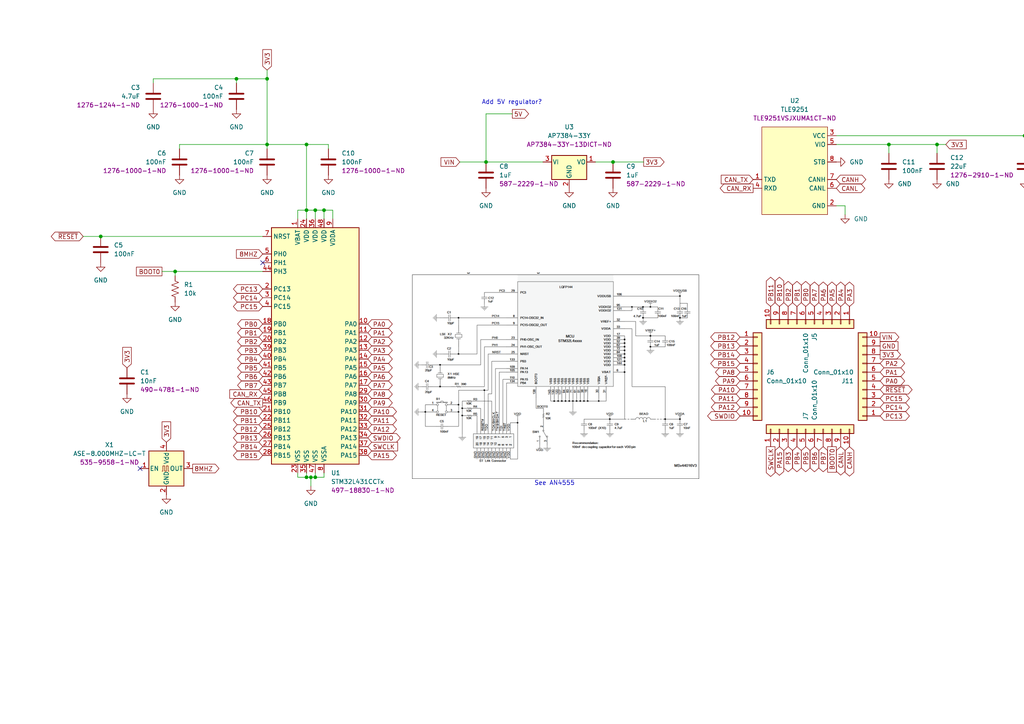
<source format=kicad_sch>
(kicad_sch (version 20230121) (generator eeschema)
  (paper "A4")
  (lib_symbols
    (symbol "Connector_Generic:Conn_01x10" (pin_names (offset 1.016) hide)
      (property "Reference" "J" (at 0 12.7 0))
      (property "Value" "Conn_01x10" (at 0 -15.24 0))
      (symbol "Conn_01x10_1_1"
        (rectangle (start -1.27 -12.573) (end 0 -12.827) (stroke (width 0.1524)))
        (rectangle (start -1.27 -10.033) (end 0 -10.287) (stroke (width 0.1524)))
        (rectangle (start -1.27 -7.493) (end 0 -7.747) (stroke (width 0.1524)))
        (rectangle (start -1.27 -4.953) (end 0 -5.207) (stroke (width 0.1524)))
        (rectangle (start -1.27 -2.413) (end 0 -2.667) (stroke (width 0.1524)))
        (rectangle (start -1.27 0.127) (end 0 -0.127) (stroke (width 0.1524)))
        (rectangle (start -1.27 2.667) (end 0 2.413) (stroke (width 0.1524)))
        (rectangle (start -1.27 5.207) (end 0 4.953) (stroke (width 0.1524)))
        (rectangle (start -1.27 7.747) (end 0 7.493) (stroke (width 0.1524)))
        (rectangle (start -1.27 10.287) (end 0 10.033) (stroke (width 0.1524)))
        (rectangle (start -1.27 11.43) (end 1.27 -13.97) (stroke (width 0.254)) (fill (type background)))
        (pin passive line (at -5.08 10.16 0) (length 3.81) (name "Pin_1") (number "1"))
        (pin passive line (at -5.08 -12.7 0) (length 3.81) (name "Pin_10") (number "10"))
        (pin passive line (at -5.08 7.62 0) (length 3.81) (name "Pin_2") (number "2"))
        (pin passive line (at -5.08 5.08 0) (length 3.81) (name "Pin_3") (number "3"))
        (pin passive line (at -5.08 2.54 0) (length 3.81) (name "Pin_4") (number "4"))
        (pin passive line (at -5.08 0 0) (length 3.81) (name "Pin_5") (number "5"))
        (pin passive line (at -5.08 -2.54 0) (length 3.81) (name "Pin_6") (number "6"))
        (pin passive line (at -5.08 -5.08 0) (length 3.81) (name "Pin_7") (number "7"))
        (pin passive line (at -5.08 -7.62 0) (length 3.81) (name "Pin_8") (number "8"))
        (pin passive line (at -5.08 -10.16 0) (length 3.81) (name "Pin_9") (number "9"))
      )
    )
    (symbol "Device:C" (pin_numbers hide) (pin_names (offset 0.254))
      (property "Reference" "C" (at 0.635 2.54 0))
      (property "Value" "C" (at 0.635 -2.54 0))
      (symbol "C_0_1"
        (polyline (pts (xy -2.032 -0.762) (xy 2.032 -0.762)) (stroke (width 0.508)))
        (polyline (pts (xy -2.032 0.762) (xy 2.032 0.762)) (stroke (width 0.508)))
      )
      (symbol "C_1_1"
        (pin passive line (at 0 3.81 270) (length 2.794) (name "~") (number "1"))
        (pin passive line (at 0 -3.81 90) (length 2.794) (name "~") (number "2"))
      )
    )
    (symbol "Device:R_US" (pin_numbers hide) (pin_names (offset 0))
      (property "Reference" "R" (at 2.54 0 90))
      (property "Value" "R_US" (at -2.54 0 90))
      (symbol "R_US_0_1"
        (polyline (pts (xy 0 -2.286) (xy 0 -2.54)))
        (polyline (pts (xy 0 2.286) (xy 0 2.54)))
        (polyline (pts (xy 0 -0.762) (xy 1.016 -1.143) (xy 0 -1.524) (xy -1.016 -1.905) (xy 0 -2.286)))
        (polyline (pts (xy 0 0.762) (xy 1.016 0.381) (xy 0 0) (xy -1.016 -0.381) (xy 0 -0.762)))
        (polyline (pts (xy 0 2.286) (xy 1.016 1.905) (xy 0 1.524) (xy -1.016 1.143) (xy 0 0.762)))
      )
      (symbol "R_US_1_1"
        (pin passive line (at 0 3.81 270) (length 1.27) (name "~") (number "1"))
        (pin passive line (at 0 -3.81 90) (length 1.27) (name "~") (number "2"))
      )
    )
    (symbol "MCU_ST_STM32L4:STM32L431CCTx"
      (property "Reference" "U" (at -12.7 34.29 0))
      (property "Value" "STM32L431CCTx" (at 7.62 34.29 0))
      (symbol "STM32L431CCTx_0_1"
        (rectangle (start -12.7 -35.56) (end 12.7 33.02) (stroke (width 0.254)) (fill (type background)))
      )
      (symbol "STM32L431CCTx_1_1"
        (pin power_in line (at -5.08 35.56 270) (length 2.54) (name "VBAT") (number "1"))
        (pin bidirectional line (at 15.24 5.08 180) (length 2.54) (name "PA0") (number "10"))
        (pin bidirectional line (at 15.24 2.54 180) (length 2.54) (name "PA1") (number "11"))
        (pin bidirectional line (at 15.24 0 180) (length 2.54) (name "PA2") (number "12"))
        (pin bidirectional line (at 15.24 -2.54 180) (length 2.54) (name "PA3") (number "13"))
        (pin bidirectional line (at 15.24 -5.08 180) (length 2.54) (name "PA4") (number "14"))
        (pin bidirectional line (at 15.24 -7.62 180) (length 2.54) (name "PA5") (number "15"))
        (pin bidirectional line (at 15.24 -10.16 180) (length 2.54) (name "PA6") (number "16"))
        (pin bidirectional line (at 15.24 -12.7 180) (length 2.54) (name "PA7") (number "17"))
        (pin bidirectional line (at -15.24 5.08 0) (length 2.54) (name "PB0") (number "18"))
        (pin bidirectional line (at -15.24 2.54 0) (length 2.54) (name "PB1") (number "19"))
        (pin bidirectional line (at -15.24 15.24 0) (length 2.54) (name "PC13") (number "2"))
        (pin bidirectional line (at -15.24 0 0) (length 2.54) (name "PB2") (number "20"))
        (pin bidirectional line (at -15.24 -20.32 0) (length 2.54) (name "PB10") (number "21"))
        (pin bidirectional line (at -15.24 -22.86 0) (length 2.54) (name "PB11") (number "22"))
        (pin power_in line (at -5.08 -38.1 90) (length 2.54) (name "VSS") (number "23"))
        (pin power_in line (at -2.54 35.56 270) (length 2.54) (name "VDD") (number "24"))
        (pin bidirectional line (at -15.24 -25.4 0) (length 2.54) (name "PB12") (number "25"))
        (pin bidirectional line (at -15.24 -27.94 0) (length 2.54) (name "PB13") (number "26"))
        (pin bidirectional line (at -15.24 -30.48 0) (length 2.54) (name "PB14") (number "27"))
        (pin bidirectional line (at -15.24 -33.02 0) (length 2.54) (name "PB15") (number "28"))
        (pin bidirectional line (at 15.24 -15.24 180) (length 2.54) (name "PA8") (number "29"))
        (pin bidirectional line (at -15.24 12.7 0) (length 2.54) (name "PC14") (number "3"))
        (pin bidirectional line (at 15.24 -17.78 180) (length 2.54) (name "PA9") (number "30"))
        (pin bidirectional line (at 15.24 -20.32 180) (length 2.54) (name "PA10") (number "31"))
        (pin bidirectional line (at 15.24 -22.86 180) (length 2.54) (name "PA11") (number "32"))
        (pin bidirectional line (at 15.24 -25.4 180) (length 2.54) (name "PA12") (number "33"))
        (pin bidirectional line (at 15.24 -27.94 180) (length 2.54) (name "PA13") (number "34"))
        (pin power_in line (at -2.54 -38.1 90) (length 2.54) (name "VSS") (number "35"))
        (pin power_in line (at 0 35.56 270) (length 2.54) (name "VDD") (number "36"))
        (pin bidirectional line (at 15.24 -30.48 180) (length 2.54) (name "PA14") (number "37"))
        (pin bidirectional line (at 15.24 -33.02 180) (length 2.54) (name "PA15") (number "38"))
        (pin bidirectional line (at -15.24 -2.54 0) (length 2.54) (name "PB3") (number "39"))
        (pin bidirectional line (at -15.24 10.16 0) (length 2.54) (name "PC15") (number "4"))
        (pin bidirectional line (at -15.24 -5.08 0) (length 2.54) (name "PB4") (number "40"))
        (pin bidirectional line (at -15.24 -7.62 0) (length 2.54) (name "PB5") (number "41"))
        (pin bidirectional line (at -15.24 -10.16 0) (length 2.54) (name "PB6") (number "42"))
        (pin bidirectional line (at -15.24 -12.7 0) (length 2.54) (name "PB7") (number "43"))
        (pin bidirectional line (at -15.24 20.32 0) (length 2.54) (name "PH3") (number "44"))
        (pin bidirectional line (at -15.24 -15.24 0) (length 2.54) (name "PB8") (number "45"))
        (pin bidirectional line (at -15.24 -17.78 0) (length 2.54) (name "PB9") (number "46"))
        (pin power_in line (at 0 -38.1 90) (length 2.54) (name "VSS") (number "47"))
        (pin power_in line (at 2.54 35.56 270) (length 2.54) (name "VDD") (number "48"))
        (pin input line (at -15.24 25.4 0) (length 2.54) (name "PH0") (number "5"))
        (pin input line (at -15.24 22.86 0) (length 2.54) (name "PH1") (number "6"))
        (pin input line (at -15.24 30.48 0) (length 2.54) (name "NRST") (number "7"))
        (pin power_in line (at 2.54 -38.1 90) (length 2.54) (name "VSSA") (number "8"))
        (pin power_in line (at 5.08 35.56 270) (length 2.54) (name "VDDA") (number "9"))
      )
    )
    (symbol "Oscillator:ASE-xxxMHz" (pin_names (offset 0.254))
      (property "Reference" "X" (at -5.08 6.35 0))
      (property "Value" "ASE-xxxMHz" (at 1.27 -6.35 0))
      (symbol "ASE-xxxMHz_0_1"
        (rectangle (start -5.08 5.08) (end 5.08 -5.08) (stroke (width 0.254)) (fill (type background)))
        (polyline (pts (xy -1.27 -0.762) (xy -1.016 -0.762) (xy -1.016 0.762) (xy -0.508 0.762) (xy -0.508 -0.762) (xy 0 -0.762) (xy 0 0.762) (xy 0.508 0.762) (xy 0.508 -0.762) (xy 0.762 -0.762)))
      )
      (symbol "ASE-xxxMHz_1_1"
        (pin input line (at -7.62 0 0) (length 2.54) (name "EN") (number "1"))
        (pin power_in line (at 0 -7.62 90) (length 2.54) (name "GND") (number "2"))
        (pin output line (at 7.62 0 180) (length 2.54) (name "OUT") (number "3"))
        (pin power_in line (at 0 7.62 270) (length 2.54) (name "Vdd") (number "4"))
      )
    )
    (symbol "Regulator_Linear:AP7384-28Y" (pin_names (offset 0.254))
      (property "Reference" "U" (at -3.81 3.175 0))
      (property "Value" "AP7384-28Y" (at 0 3.175 0))
      (symbol "AP7384-28Y_0_1"
        (rectangle (start -5.08 1.905) (end 5.08 -5.08) (stroke (width 0.254)) (fill (type background)))
      )
      (symbol "AP7384-28Y_1_1"
        (pin power_out line (at 7.62 0 180) (length 2.54) (name "VO") (number "1"))
        (pin power_in line (at 0 -7.62 90) (length 2.54) (name "GND") (number "2"))
        (pin power_in line (at -7.62 0 0) (length 2.54) (name "VI") (number "3"))
      )
    )
    (symbol "local:TLE9251"
      (property "Reference" "U" (at 0 13.97 0))
      (property "Value" "TLE9251" (at 0 -13.97 0))
      (symbol "TLE9251_0_1"
        (rectangle (start 8.89 12.7) (end -10.16 -12.7) (fill (type background)))
      )
      (symbol "TLE9251_1_1"
        (pin input line (at -12.7 -2.54 0) (length 2.54) (name "TXD") (number "1"))
        (pin passive line (at 11.43 -10.16 180) (length 2.54) (name "GND") (number "2"))
        (pin power_in line (at 11.43 10.16 180) (length 2.54) (name "VCC") (number "3"))
        (pin output line (at -12.7 -5.08 0) (length 2.54) (name "RXD") (number "4"))
        (pin power_in line (at 11.43 7.62 180) (length 2.54) (name "VIO") (number "5"))
        (pin bidirectional line (at 11.43 -5.08 180) (length 2.54) (name "CANL") (number "6"))
        (pin bidirectional line (at 11.43 -2.54 180) (length 2.54) (name "CANH") (number "7"))
        (pin input line (at 11.43 2.54 180) (length 2.54) (name "STB") (number "8"))
      )
    )
    (symbol "power:GND" (power) (pin_names (offset 0))
      (property "Value" "GND" (at 0 -3.81 0))
      (symbol "GND_0_1"
        (polyline (pts (xy 0 0) (xy 0 -1.27) (xy 1.27 -1.27) (xy 0 -2.54) (xy -1.27 -1.27) (xy 0 -1.27)))
      )
      (symbol "GND_1_1"
        (pin power_in line (at 0 0 270) (length 0) hide (name "GND") (number "1"))
      )
    )
  )
  (junction (at 257.81 41.91))
  (junction (at 88.9 138.43))
  (junction (at 93.98 60.96))
  (junction (at 88.9 60.96))
  (junction (at 90.17 138.43))
  (junction (at 50.8 78.74))
  (junction (at 91.44 60.96))
  (junction (at 297.18 39.37))
  (junction (at 77.47 22.86))
  (junction (at 140.97 46.99))
  (junction (at 68.58 22.86))
  (junction (at 177.8 46.99))
  (junction (at 77.47 41.91))
  (junction (at 29.21 68.58))
  (junction (at 271.78 41.91))
  (junction (at 88.9 41.91))
  (junction (at 91.44 138.43))
  (no_connect (at 40.64 135.89))
  (no_connect (at 76.2 76.2))
  (wire (pts (xy 271.78 44.45) (xy 271.78 41.91)))
  (wire (pts (xy 133.35 46.99) (xy 140.97 46.99)))
  (wire (pts (xy 46.99 78.74) (xy 50.8 78.74)))
  (wire (pts (xy 93.98 63.5) (xy 93.98 60.96)))
  (wire (pts (xy 52.07 41.91) (xy 52.07 43.18)))
  (wire (pts (xy 88.9 137.16) (xy 88.9 138.43)))
  (wire (pts (xy 172.72 46.99) (xy 177.8 46.99)))
  (wire (pts (xy 91.44 60.96) (xy 91.44 63.5)))
  (wire (pts (xy 140.97 46.99) (xy 157.48 46.99)))
  (wire (pts (xy 90.17 138.43) (xy 90.17 140.97)))
  (wire (pts (xy 242.57 41.91) (xy 257.81 41.91)))
  (wire (pts (xy 140.97 33.02) (xy 140.97 46.99)))
  (wire (pts (xy 297.18 44.45) (xy 297.18 39.37)))
  (wire (pts (xy 90.17 138.43) (xy 88.9 138.43)))
  (wire (pts (xy 68.58 22.86) (xy 77.47 22.86)))
  (wire (pts (xy 91.44 60.96) (xy 88.9 60.96)))
  (wire (pts (xy 95.25 43.18) (xy 95.25 41.91)))
  (wire (pts (xy 77.47 41.91) (xy 88.9 41.91)))
  (wire (pts (xy 88.9 41.91) (xy 88.9 60.96)))
  (wire (pts (xy 52.07 41.91) (xy 77.47 41.91)))
  (wire (pts (xy 68.58 22.86) (xy 68.58 24.13)))
  (wire (pts (xy 177.8 46.99) (xy 186.69 46.99)))
  (wire (pts (xy 29.21 68.58) (xy 76.2 68.58)))
  (wire (pts (xy 245.11 59.69) (xy 245.11 62.23)))
  (wire (pts (xy 271.78 41.91) (xy 257.81 41.91)))
  (wire (pts (xy 77.47 20.32) (xy 77.47 22.86)))
  (wire (pts (xy 91.44 137.16) (xy 91.44 138.43)))
  (wire (pts (xy 44.45 22.86) (xy 44.45 24.13)))
  (wire (pts (xy 86.36 60.96) (xy 86.36 63.5)))
  (wire (pts (xy 50.8 78.74) (xy 76.2 78.74)))
  (wire (pts (xy 88.9 60.96) (xy 88.9 63.5)))
  (wire (pts (xy 93.98 137.16) (xy 93.98 138.43)))
  (wire (pts (xy 24.13 68.58) (xy 29.21 68.58)))
  (wire (pts (xy 148.59 33.02) (xy 140.97 33.02)))
  (wire (pts (xy 77.47 22.86) (xy 77.47 41.91)))
  (wire (pts (xy 96.52 60.96) (xy 93.98 60.96)))
  (wire (pts (xy 50.8 78.74) (xy 50.8 80.01)))
  (wire (pts (xy 93.98 138.43) (xy 91.44 138.43)))
  (wire (pts (xy 86.36 138.43) (xy 86.36 137.16)))
  (wire (pts (xy 88.9 138.43) (xy 86.36 138.43)))
  (wire (pts (xy 242.57 59.69) (xy 245.11 59.69)))
  (wire (pts (xy 88.9 60.96) (xy 86.36 60.96)))
  (wire (pts (xy 242.57 39.37) (xy 297.18 39.37)))
  (wire (pts (xy 93.98 60.96) (xy 91.44 60.96)))
  (wire (pts (xy 257.81 44.45) (xy 257.81 41.91)))
  (wire (pts (xy 77.47 41.91) (xy 77.47 43.18)))
  (wire (pts (xy 44.45 22.86) (xy 68.58 22.86)))
  (wire (pts (xy 271.78 41.91) (xy 274.32 41.91)))
  (wire (pts (xy 91.44 138.43) (xy 90.17 138.43)))
  (wire (pts (xy 88.9 41.91) (xy 95.25 41.91)))
  (wire (pts (xy 297.18 39.37) (xy 299.72 39.37)))
  (wire (pts (xy 96.52 63.5) (xy 96.52 60.96)))
  (image (at 161.29 109.22))
  (text "Add 5V regulator?" (at 139.7 30.48 0) (effects (font (size 1.27 1.27)) (justify left bottom)))
  (text "See AN4555" (at 154.94 140.97 0) (effects (font (size 1.27 1.27)) (justify left bottom)))
  (global_label "PC13" (shape bidirectional) (at 76.2 83.82 180) (property "Intersheetrefs" "${INTERSHEET_REFS}" (effects hide)))
  (global_label "PA6" (shape bidirectional) (at 106.68 109.22 0) (property "Intersheetrefs" "${INTERSHEET_REFS}" (effects hide)))
  (global_label "PC13" (shape bidirectional) (at 255.27 120.65 0) (property "Intersheetrefs" "${INTERSHEET_REFS}" (effects hide)))
  (global_label "PA9" (shape bidirectional) (at 214.63 110.49 180) (property "Intersheetrefs" "${INTERSHEET_REFS}" (effects hide)))
  (global_label "PA9" (shape bidirectional) (at 106.68 116.84 0) (property "Intersheetrefs" "${INTERSHEET_REFS}" (effects hide)))
  (global_label "PB6" (shape bidirectional) (at 236.22 129.54 270) (property "Intersheetrefs" "${INTERSHEET_REFS}" (effects hide)))
  (global_label "PC15" (shape bidirectional) (at 76.2 88.9 180) (property "Intersheetrefs" "${INTERSHEET_REFS}" (effects hide)))
  (global_label "PA5" (shape bidirectional) (at 106.68 106.68 0) (property "Intersheetrefs" "${INTERSHEET_REFS}" (effects hide)))
  (global_label "PA2" (shape bidirectional) (at 255.27 105.41 0) (property "Intersheetrefs" "${INTERSHEET_REFS}" (effects hide)))
  (global_label "PC15" (shape bidirectional) (at 255.27 115.57 0) (property "Intersheetrefs" "${INTERSHEET_REFS}" (effects hide)))
  (global_label "PA4" (shape bidirectional) (at 243.84 88.9 90) (property "Intersheetrefs" "${INTERSHEET_REFS}" (effects hide)))
  (global_label "PB2" (shape bidirectional) (at 228.6 88.9 90) (property "Intersheetrefs" "${INTERSHEET_REFS}" (effects hide)))
  (global_label "PA10" (shape bidirectional) (at 106.68 119.38 0) (property "Intersheetrefs" "${INTERSHEET_REFS}" (effects hide)))
  (global_label "3V3" (shape output) (at 186.69 46.99 0) (property "Intersheetrefs" "${INTERSHEET_REFS}" (effects hide)))
  (global_label "PA2" (shape bidirectional) (at 106.68 99.06 0) (property "Intersheetrefs" "${INTERSHEET_REFS}" (effects hide)))
  (global_label "PA7" (shape bidirectional) (at 106.68 111.76 0) (property "Intersheetrefs" "${INTERSHEET_REFS}" (effects hide)))
  (global_label "5V" (shape input) (at 299.72 39.37 0) (property "Intersheetrefs" "${INTERSHEET_REFS}" (effects hide)))
  (global_label "SWCLK" (shape input) (at 106.68 129.54 0) (property "Intersheetrefs" "${INTERSHEET_REFS}" (effects hide)))
  (global_label "PB15" (shape bidirectional) (at 214.63 105.41 180) (property "Intersheetrefs" "${INTERSHEET_REFS}" (effects hide)))
  (global_label "SWDIO" (shape bidirectional) (at 214.63 120.65 180) (property "Intersheetrefs" "${INTERSHEET_REFS}" (effects hide)))
  (global_label "PA4" (shape bidirectional) (at 106.68 104.14 0) (property "Intersheetrefs" "${INTERSHEET_REFS}" (effects hide)))
  (global_label "PB4" (shape bidirectional) (at 231.14 129.54 270) (property "Intersheetrefs" "${INTERSHEET_REFS}" (effects hide)))
  (global_label "5V" (shape output) (at 148.59 33.02 0) (property "Intersheetrefs" "${INTERSHEET_REFS}" (effects hide)))
  (global_label "PB15" (shape bidirectional) (at 76.2 132.08 180) (property "Intersheetrefs" "${INTERSHEET_REFS}" (effects hide)))
  (global_label "BOOT0" (shape passive) (at 241.3 129.54 270) (property "Intersheetrefs" "${INTERSHEET_REFS}" (effects hide)))
  (global_label "3V3" (shape input) (at 274.32 41.91 0) (property "Intersheetrefs" "${INTERSHEET_REFS}" (effects hide)))
  (global_label "PB1" (shape bidirectional) (at 231.14 88.9 90) (property "Intersheetrefs" "${INTERSHEET_REFS}" (effects hide)))
  (global_label "PB14" (shape bidirectional) (at 76.2 129.54 180) (property "Intersheetrefs" "${INTERSHEET_REFS}" (effects hide)))
  (global_label "PA3" (shape bidirectional) (at 246.38 88.9 90) (property "Intersheetrefs" "${INTERSHEET_REFS}" (effects hide)))
  (global_label "PB5" (shape bidirectional) (at 233.68 129.54 270) (property "Intersheetrefs" "${INTERSHEET_REFS}" (effects hide)))
  (global_label "PB13" (shape bidirectional) (at 214.63 100.33 180) (property "Intersheetrefs" "${INTERSHEET_REFS}" (effects hide)))
  (global_label "VIN" (shape input) (at 133.35 46.99 180) (property "Intersheetrefs" "${INTERSHEET_REFS}" (effects hide)))
  (global_label "PA12" (shape bidirectional) (at 106.68 124.46 0) (property "Intersheetrefs" "${INTERSHEET_REFS}" (effects hide)))
  (global_label "PB12" (shape bidirectional) (at 214.63 97.79 180) (property "Intersheetrefs" "${INTERSHEET_REFS}" (effects hide)))
  (global_label "PB7" (shape bidirectional) (at 76.2 111.76 180) (property "Intersheetrefs" "${INTERSHEET_REFS}" (effects hide)))
  (global_label "3V3" (shape output) (at 255.27 102.87 0) (property "Intersheetrefs" "${INTERSHEET_REFS}" (effects hide)))
  (global_label "CANH" (shape tri_state) (at 246.38 129.54 270) (property "Intersheetrefs" "${INTERSHEET_REFS}" (effects hide)))
  (global_label "PA11" (shape bidirectional) (at 214.63 115.57 180) (property "Intersheetrefs" "${INTERSHEET_REFS}" (effects hide)))
  (global_label "PA11" (shape bidirectional) (at 106.68 121.92 0) (property "Intersheetrefs" "${INTERSHEET_REFS}" (effects hide)))
  (global_label "PA0" (shape bidirectional) (at 255.27 110.49 0) (property "Intersheetrefs" "${INTERSHEET_REFS}" (effects hide)))
  (global_label "GND" (shape passive) (at 255.27 100.33 0) (property "Intersheetrefs" "${INTERSHEET_REFS}" (effects hide)))
  (global_label "PB6" (shape bidirectional) (at 76.2 109.22 180) (property "Intersheetrefs" "${INTERSHEET_REFS}" (effects hide)))
  (global_label "PA8" (shape bidirectional) (at 106.68 114.3 0) (property "Intersheetrefs" "${INTERSHEET_REFS}" (effects hide)))
  (global_label "~{RESET}" (shape tri_state) (at 24.13 68.58 180) (property "Intersheetrefs" "${INTERSHEET_REFS}" (effects hide)))
  (global_label "3V3" (shape input) (at 36.83 106.68 90) (property "Intersheetrefs" "${INTERSHEET_REFS}" (effects hide)))
  (global_label "3V3" (shape input) (at 77.47 20.32 90) (property "Intersheetrefs" "${INTERSHEET_REFS}" (effects hide)))
  (global_label "PB1" (shape bidirectional) (at 76.2 96.52 180) (property "Intersheetrefs" "${INTERSHEET_REFS}" (effects hide)))
  (global_label "PB0" (shape bidirectional) (at 76.2 93.98 180) (property "Intersheetrefs" "${INTERSHEET_REFS}" (effects hide)))
  (global_label "PC14" (shape bidirectional) (at 76.2 86.36 180) (property "Intersheetrefs" "${INTERSHEET_REFS}" (effects hide)))
  (global_label "PB11" (shape bidirectional) (at 76.2 121.92 180) (property "Intersheetrefs" "${INTERSHEET_REFS}" (effects hide)))
  (global_label "PC14" (shape bidirectional) (at 255.27 118.11 0) (property "Intersheetrefs" "${INTERSHEET_REFS}" (effects hide)))
  (global_label "CAN_RX" (shape input) (at 76.2 114.3 180) (property "Intersheetrefs" "${INTERSHEET_REFS}" (effects hide)))
  (global_label "PB14" (shape bidirectional) (at 214.63 102.87 180) (property "Intersheetrefs" "${INTERSHEET_REFS}" (effects hide)))
  (global_label "PB7" (shape bidirectional) (at 238.76 129.54 270) (property "Intersheetrefs" "${INTERSHEET_REFS}" (effects hide)))
  (global_label "SWCLK" (shape output) (at 223.52 129.54 270) (property "Intersheetrefs" "${INTERSHEET_REFS}" (effects hide)))
  (global_label "SWDIO" (shape bidirectional) (at 106.68 127 0) (property "Intersheetrefs" "${INTERSHEET_REFS}" (effects hide)))
  (global_label "8MHZ" (shape output) (at 55.88 135.89 0) (property "Intersheetrefs" "${INTERSHEET_REFS}" (effects hide)))
  (global_label "PB13" (shape bidirectional) (at 76.2 127 180) (property "Intersheetrefs" "${INTERSHEET_REFS}" (effects hide)))
  (global_label "CAN_TX" (shape output) (at 76.2 116.84 180) (property "Intersheetrefs" "${INTERSHEET_REFS}" (effects hide)))
  (global_label "PB3" (shape bidirectional) (at 228.6 129.54 270) (property "Intersheetrefs" "${INTERSHEET_REFS}" (effects hide)))
  (global_label "CANH" (shape tri_state) (at 242.57 52.07 0) (property "Intersheetrefs" "${INTERSHEET_REFS}" (effects hide)))
  (global_label "PB3" (shape bidirectional) (at 76.2 101.6 180) (property "Intersheetrefs" "${INTERSHEET_REFS}" (effects hide)))
  (global_label "PA1" (shape bidirectional) (at 255.27 107.95 0) (property "Intersheetrefs" "${INTERSHEET_REFS}" (effects hide)))
  (global_label "CAN_RX" (shape output) (at 218.44 54.61 180) (property "Intersheetrefs" "${INTERSHEET_REFS}" (effects hide)))
  (global_label "CANL" (shape tri_state) (at 242.57 54.61 0) (property "Intersheetrefs" "${INTERSHEET_REFS}" (effects hide)))
  (global_label "PB5" (shape bidirectional) (at 76.2 106.68 180) (property "Intersheetrefs" "${INTERSHEET_REFS}" (effects hide)))
  (global_label "3V3" (shape input) (at 48.26 128.27 90) (property "Intersheetrefs" "${INTERSHEET_REFS}" (effects hide)))
  (global_label "PB2" (shape bidirectional) (at 76.2 99.06 180) (property "Intersheetrefs" "${INTERSHEET_REFS}" (effects hide)))
  (global_label "PA0" (shape bidirectional) (at 106.68 93.98 0) (property "Intersheetrefs" "${INTERSHEET_REFS}" (effects hide)))
  (global_label "PA6" (shape bidirectional) (at 238.76 88.9 90) (property "Intersheetrefs" "${INTERSHEET_REFS}" (effects hide)))
  (global_label "PB4" (shape bidirectional) (at 76.2 104.14 180) (property "Intersheetrefs" "${INTERSHEET_REFS}" (effects hide)))
  (global_label "8MHZ" (shape input) (at 76.2 73.66 180) (property "Intersheetrefs" "${INTERSHEET_REFS}" (effects hide)))
  (global_label "PB10" (shape bidirectional) (at 226.06 88.9 90) (property "Intersheetrefs" "${INTERSHEET_REFS}" (effects hide)))
  (global_label "PA5" (shape bidirectional) (at 241.3 88.9 90) (property "Intersheetrefs" "${INTERSHEET_REFS}" (effects hide)))
  (global_label "PA3" (shape bidirectional) (at 106.68 101.6 0) (property "Intersheetrefs" "${INTERSHEET_REFS}" (effects hide)))
  (global_label "PB10" (shape bidirectional) (at 76.2 119.38 180) (property "Intersheetrefs" "${INTERSHEET_REFS}" (effects hide)))
  (global_label "PA8" (shape bidirectional) (at 214.63 107.95 180) (property "Intersheetrefs" "${INTERSHEET_REFS}" (effects hide)))
  (global_label "VIN" (shape output) (at 255.27 97.79 0) (property "Intersheetrefs" "${INTERSHEET_REFS}" (effects hide)))
  (global_label "PA15" (shape bidirectional) (at 106.68 132.08 0) (property "Intersheetrefs" "${INTERSHEET_REFS}" (effects hide)))
  (global_label "PA10" (shape bidirectional) (at 214.63 113.03 180) (property "Intersheetrefs" "${INTERSHEET_REFS}" (effects hide)))
  (global_label "PA7" (shape bidirectional) (at 236.22 88.9 90) (property "Intersheetrefs" "${INTERSHEET_REFS}" (effects hide)))
  (global_label "PB0" (shape bidirectional) (at 233.68 88.9 90) (property "Intersheetrefs" "${INTERSHEET_REFS}" (effects hide)))
  (global_label "~{RESET}" (shape tri_state) (at 255.27 113.03 0) (property "Intersheetrefs" "${INTERSHEET_REFS}" (effects hide)))
  (global_label "PB11" (shape bidirectional) (at 223.52 88.9 90) (property "Intersheetrefs" "${INTERSHEET_REFS}" (effects hide)))
  (global_label "BOOT0" (shape passive) (at 46.99 78.74 180) (property "Intersheetrefs" "${INTERSHEET_REFS}" (effects hide)))
  (global_label "CAN_TX" (shape input) (at 218.44 52.07 180) (property "Intersheetrefs" "${INTERSHEET_REFS}" (effects hide)))
  (global_label "PB12" (shape bidirectional) (at 76.2 124.46 180) (property "Intersheetrefs" "${INTERSHEET_REFS}" (effects hide)))
  (global_label "CANL" (shape tri_state) (at 243.84 129.54 270) (property "Intersheetrefs" "${INTERSHEET_REFS}" (effects hide)))
  (global_label "PA1" (shape bidirectional) (at 106.68 96.52 0) (property "Intersheetrefs" "${INTERSHEET_REFS}" (effects hide)))
  (global_label "PA12" (shape bidirectional) (at 214.63 118.11 180) (property "Intersheetrefs" "${INTERSHEET_REFS}" (effects hide)))
  (global_label "PA15" (shape bidirectional) (at 226.06 129.54 270) (property "Intersheetrefs" "${INTERSHEET_REFS}" (effects hide)))
  (symbol (lib_id "power:GND") (at 177.8 54.61 0) (unit 1)
    (property "Reference" "#PWR0101" (effects hide))
    (property "Value" "GND" (at 177.8 59.69 0))
  )
  (symbol (lib_id "Connector_Generic:Conn_01x10") (at 250.19 110.49 180) (unit 1)
    (property "Reference" "J11" (at 247.65 110.4901 0) (effects (justify left)))
    (property "Value" "Conn_01x10" (at 247.65 107.9501 0) (effects (justify left)))
    (property "Footprint" "Connector_PinHeader_2.54mm:PinHeader_1x10_P2.54mm_Vertical" (effects hide))
  )
  (symbol (lib_id "power:GND") (at 77.47 50.8 0) (unit 1)
    (property "Reference" "#PWR010" (effects hide))
    (property "Value" "GND" (at 77.47 55.88 0))
  )
  (symbol (lib_id "power:GND") (at 44.45 31.75 0) (unit 1)
    (property "Reference" "#PWR03" (effects hide))
    (property "Value" "GND" (at 44.45 36.83 0))
  )
  (symbol (lib_id "MCU_ST_STM32L4:STM32L431CCTx") (at 91.44 99.06 0) (unit 1)
    (property "Reference" "U1" (at 95.9994 137.16 0) (effects (justify left)))
    (property "Value" "STM32L431CCTx" (at 95.9994 139.7 0) (effects (justify left)))
    (property "Footprint" "Package_QFP:LQFP-48_7x7mm_P0.5mm" (effects hide))
    (property "Datasheet" "https://www.st.com/content/ccc/resource/technical/document/datasheet/group3/83/b3/60/f6/b1/cc/47/7e/DM00257211/files/DM00257211.pdf/jcr:content/translations/en.DM00257211.pdf" (effects hide))
    (property "DigiKey" "497-18830-1-ND" (at 95.9994 142.24 0) (effects (justify left)))
  )
  (symbol (lib_id "power:GND") (at 297.18 52.07 0) (unit 1)
    (property "Reference" "#PWR0102" (effects hide))
    (property "Value" "GND" (at 299.72 53.3399 0) (effects (justify left)))
  )
  (symbol (lib_id "local:TLE9251") (at 231.14 49.53 0) (unit 1)
    (property "Reference" "U2" (at 230.505 29.21 0))
    (property "Value" "TLE9251" (at 230.505 31.75 0))
    (property "Footprint" "Package_SO:SOIC-8_3.9x4.9mm_P1.27mm" (effects hide))
    (property "Datasheet" "https://www.infineon.com/dgdl/Infineon-TLE9251V-DS-v01_00-EN.pdf?fileId=5546d4625debb399015e14b8c287597b" (effects hide))
    (property "DigiKey" "TLE9251VSJXUMA1CT-ND" (at 230.505 34.29 0))
  )
  (symbol (lib_id "power:GND") (at 95.25 50.8 0) (unit 1)
    (property "Reference" "#PWR015" (effects hide))
    (property "Value" "GND" (at 95.25 55.88 0))
  )
  (symbol (lib_id "Device:C") (at 140.97 50.8 0) (unit 1)
    (property "Reference" "C8" (at 144.78 48.2599 0) (effects (justify left)))
    (property "Value" "1uF" (at 144.78 50.7999 0) (effects (justify left)))
    (property "Footprint" "Capacitor_SMD:C_0805_2012Metric_Pad1.18x1.45mm_HandSolder" (effects hide))
    (property "DigiKey" "587-2229-1-ND" (at 144.78 53.3399 0) (effects (justify left)))
  )
  (symbol (lib_id "Device:C") (at 36.83 110.49 0) (unit 1)
    (property "Reference" "C1" (at 40.64 107.9499 0) (effects (justify left)))
    (property "Value" "10nF" (at 40.64 110.4899 0) (effects (justify left)))
    (property "Footprint" "Capacitor_SMD:C_0603_1608Metric_Pad1.08x0.95mm_HandSolder" (effects hide))
    (property "DigiKey" "490-4781-1-ND" (at 40.64 113.0299 0) (effects (justify left)))
  )
  (symbol (lib_id "power:GND") (at 165.1 54.61 0) (unit 1)
    (property "Reference" "#PWR0113" (effects hide))
    (property "Value" "GND" (at 165.1 59.69 0))
  )
  (symbol (lib_id "power:GND") (at 140.97 54.61 0) (unit 1)
    (property "Reference" "#PWR0115" (effects hide))
    (property "Value" "GND" (at 140.97 59.69 0))
  )
  (symbol (lib_id "Device:C") (at 77.47 46.99 0) (unit 1)
    (property "Reference" "C7" (at 73.66 44.4499 0) (effects (justify right)))
    (property "Value" "100nF" (at 73.66 46.9899 0) (effects (justify right)))
    (property "Footprint" "Capacitor_SMD:C_0603_1608Metric_Pad1.08x0.95mm_HandSolder" (effects hide))
    (property "DigiKey" "1276-1000-1-ND" (at 73.66 49.5299 0) (effects (justify right)))
  )
  (symbol (lib_id "power:GND") (at 271.78 52.07 0) (unit 1)
    (property "Reference" "#PWR026" (effects hide))
    (property "Value" "GND" (at 274.32 53.3399 0) (effects (justify left)))
  )
  (symbol (lib_id "power:GND") (at 52.07 50.8 0) (unit 1)
    (property "Reference" "#PWR08" (effects hide))
    (property "Value" "GND" (at 52.07 55.88 0))
  )
  (symbol (lib_id "power:GND") (at 257.81 52.07 0) (unit 1)
    (property "Reference" "#PWR025" (effects hide))
    (property "Value" "GND" (at 260.35 53.3399 0) (effects (justify left)))
  )
  (symbol (lib_id "Device:C") (at 52.07 46.99 0) (unit 1)
    (property "Reference" "C6" (at 48.26 44.4499 0) (effects (justify right)))
    (property "Value" "100nF" (at 48.26 46.9899 0) (effects (justify right)))
    (property "Footprint" "Capacitor_SMD:C_0603_1608Metric_Pad1.08x0.95mm_HandSolder" (effects hide))
    (property "DigiKey" "1276-1000-1-ND" (at 48.26 49.5299 0) (effects (justify right)))
  )
  (symbol (lib_id "Device:C") (at 44.45 27.94 0) (unit 1)
    (property "Reference" "C3" (at 40.64 25.3999 0) (effects (justify right)))
    (property "Value" "4.7uF" (at 40.64 27.9399 0) (effects (justify right)))
    (property "Footprint" "Capacitor_SMD:C_0805_2012Metric_Pad1.18x1.45mm_HandSolder" (effects hide))
    (property "DigiKey" "1276-1244-1-ND" (at 40.64 30.4799 0) (effects (justify right)))
  )
  (symbol (lib_id "Oscillator:ASE-xxxMHz") (at 48.26 135.89 0) (unit 1)
    (property "Reference" "X1" (at 31.75 129.0193 0))
    (property "Value" "ASE-8.000MHZ-LC-T" (at 31.75 131.5593 0))
    (property "Footprint" "Oscillator:Oscillator_SMD_Abracon_ASE-4Pin_3.2x2.5mm_HandSoldering" (effects hide))
    (property "Datasheet" "https://abracon.com/Oscillators/ASEseries.pdf" (effects hide))
    (property "DigiKey" "535-9558-1-ND" (at 31.75 134.0993 0))
  )
  (symbol (lib_id "Regulator_Linear:AP7384-28Y") (at 165.1 46.99 0) (unit 1)
    (property "Reference" "U3" (at 165.1 36.83 0))
    (property "Value" "AP7384-33Y" (at 165.1 39.37 0))
    (property "Footprint" "Package_TO_SOT_SMD:SOT-89-3" (effects hide))
    (property "Datasheet" "https://www.diodes.com/assets/Datasheets/AP7384.pdf" (effects hide))
    (property "DigiKey" "AP7384-33Y-13DICT-ND" (at 165.1 41.91 0))
  )
  (symbol (lib_id "power:GND") (at 29.21 76.2 0) (unit 1)
    (property "Reference" "#PWR05" (effects hide))
    (property "Value" "GND" (at 29.21 81.28 0))
  )
  (symbol (lib_id "Device:C") (at 95.25 46.99 0) (unit 1)
    (property "Reference" "C10" (at 99.06 44.4499 0) (effects (justify left)))
    (property "Value" "100nF" (at 99.06 46.9899 0) (effects (justify left)))
    (property "Footprint" "Capacitor_SMD:C_0603_1608Metric_Pad1.08x0.95mm_HandSolder" (effects hide))
    (property "DigiKey" "1276-1000-1-ND" (at 99.06 49.5299 0) (effects (justify left)))
  )
  (symbol (lib_id "power:GND") (at 48.26 143.51 0) (unit 1)
    (property "Reference" "#PWR0121" (effects hide))
    (property "Value" "GND" (at 48.26 148.59 0))
  )
  (symbol (lib_id "Connector_Generic:Conn_01x10") (at 236.22 93.98 270) (unit 1)
    (property "Reference" "J5" (at 236.2201 96.52 0) (effects (justify left)))
    (property "Value" "Conn_01x10" (at 233.6801 96.52 0) (effects (justify left)))
    (property "Footprint" "Connector_PinHeader_2.54mm:PinHeader_1x10_P2.54mm_Vertical" (effects hide))
  )
  (symbol (lib_id "power:GND") (at 68.58 31.75 0) (unit 1)
    (property "Reference" "#PWR04" (effects hide))
    (property "Value" "GND" (at 68.58 36.83 0))
  )
  (symbol (lib_id "Device:C") (at 29.21 72.39 0) (unit 1)
    (property "Reference" "C5" (at 33.02 71.1199 0) (effects (justify left)))
    (property "Value" "100nF" (at 33.02 73.6599 0) (effects (justify left)))
    (property "Footprint" "Capacitor_SMD:C_0603_1608Metric_Pad1.08x0.95mm_HandSolder" (effects hide))
    (property "DigiKey" "1276-1000-1-ND" (effects hide))
  )
  (symbol (lib_id "power:GND") (at 90.17 140.97 0) (unit 1)
    (property "Reference" "#PWR011" (effects hide))
    (property "Value" "GND" (at 90.17 146.05 0))
  )
  (symbol (lib_id "power:GND") (at 242.57 46.99 90) (unit 1)
    (property "Reference" "#PWR018" (effects hide))
    (property "Value" "GND" (at 246.38 46.9899 90) (effects (justify right)))
  )
  (symbol (lib_id "Device:C") (at 257.81 48.26 0) (unit 1)
    (property "Reference" "C11" (at 261.62 46.9899 0) (effects (justify left)))
    (property "Value" "100nF" (at 261.62 49.5299 0) (effects (justify left)))
    (property "Footprint" "Capacitor_SMD:C_0603_1608Metric_Pad1.08x0.95mm_HandSolder" (effects hide))
    (property "DigiKey" "1276-1000-1-ND" (effects hide))
  )
  (symbol (lib_id "power:GND") (at 50.8 87.63 0) (unit 1)
    (property "Reference" "#PWR06" (effects hide))
    (property "Value" "GND" (at 50.8 92.71 0))
  )
  (symbol (lib_id "Device:C") (at 297.18 48.26 0) (unit 1)
    (property "Reference" "C2" (at 300.99 46.9899 0) (effects (justify left)))
    (property "Value" "100nF" (at 300.99 49.5299 0) (effects (justify left)))
    (property "Footprint" "Capacitor_SMD:C_0603_1608Metric_Pad1.08x0.95mm_HandSolder" (effects hide))
    (property "DigiKey" "1276-1000-1-ND" (effects hide))
  )
  (symbol (lib_id "Device:C") (at 68.58 27.94 0) (unit 1)
    (property "Reference" "C4" (at 64.77 25.3999 0) (effects (justify right)))
    (property "Value" "100nF" (at 64.77 27.9399 0) (effects (justify right)))
    (property "Footprint" "Capacitor_SMD:C_0603_1608Metric_Pad1.08x0.95mm_HandSolder" (effects hide))
    (property "DigiKey" "1276-1000-1-ND" (at 64.77 30.4799 0) (effects (justify right)))
  )
  (symbol (lib_id "Device:R_US") (at 50.8 83.82 180) (unit 1)
    (property "Reference" "R1" (at 53.34 82.5499 0) (effects (justify right)))
    (property "Value" "10k" (at 53.34 85.0899 0) (effects (justify right)))
    (property "Footprint" "Resistor_SMD:R_0603_1608Metric_Pad0.98x0.95mm_HandSolder" (effects hide))
    (property "DigiKey" "RNCP0603FTD10K0CT-ND" (effects hide))
  )
  (symbol (lib_id "power:GND") (at 36.83 114.3 0) (unit 1)
    (property "Reference" "#PWR0118" (effects hide))
    (property "Value" "GND" (at 36.83 119.38 0))
  )
  (symbol (lib_id "Connector_Generic:Conn_01x10") (at 219.71 107.95 0) (unit 1)
    (property "Reference" "J6" (at 222.25 107.9499 0) (effects (justify left)))
    (property "Value" "Conn_01x10" (at 222.25 110.4899 0) (effects (justify left)))
    (property "Footprint" "Connector_PinHeader_2.54mm:PinHeader_1x10_P2.54mm_Vertical" (effects hide))
  )
  (symbol (lib_id "Device:C") (at 177.8 50.8 0) (unit 1)
    (property "Reference" "C9" (at 181.61 48.2599 0) (effects (justify left)))
    (property "Value" "1uF" (at 181.61 50.7999 0) (effects (justify left)))
    (property "Footprint" "Capacitor_SMD:C_0805_2012Metric_Pad1.18x1.45mm_HandSolder" (effects hide))
    (property "DigiKey" "587-2229-1-ND" (at 181.61 53.3399 0) (effects (justify left)))
  )
  (symbol (lib_id "Device:C") (at 271.78 48.26 0) (unit 1)
    (property "Reference" "C12" (at 275.59 45.7199 0) (effects (justify left)))
    (property "Value" "22uF" (at 275.59 48.2599 0) (effects (justify left)))
    (property "Footprint" "Capacitor_SMD:C_0805_2012Metric_Pad1.18x1.45mm_HandSolder" (effects hide))
    (property "DigiKey" "1276-2910-1-ND" (at 275.59 50.7999 0) (effects (justify left)))
  )
  (symbol (lib_id "power:GND") (at 245.11 62.23 0) (unit 1)
    (property "Reference" "#PWR019" (effects hide))
    (property "Value" "GND" (at 247.65 63.4999 0) (effects (justify left)))
  )
  (symbol (lib_id "Connector_Generic:Conn_01x10") (at 233.68 124.46 90) (unit 1)
    (property "Reference" "J7" (at 233.6799 121.92 0) (effects (justify left)))
    (property "Value" "Conn_01x10" (at 236.2199 121.92 0) (effects (justify left)))
    (property "Footprint" "Connector_PinHeader_2.54mm:PinHeader_1x10_P2.54mm_Vertical" (effects hide))
  )
)
</source>
